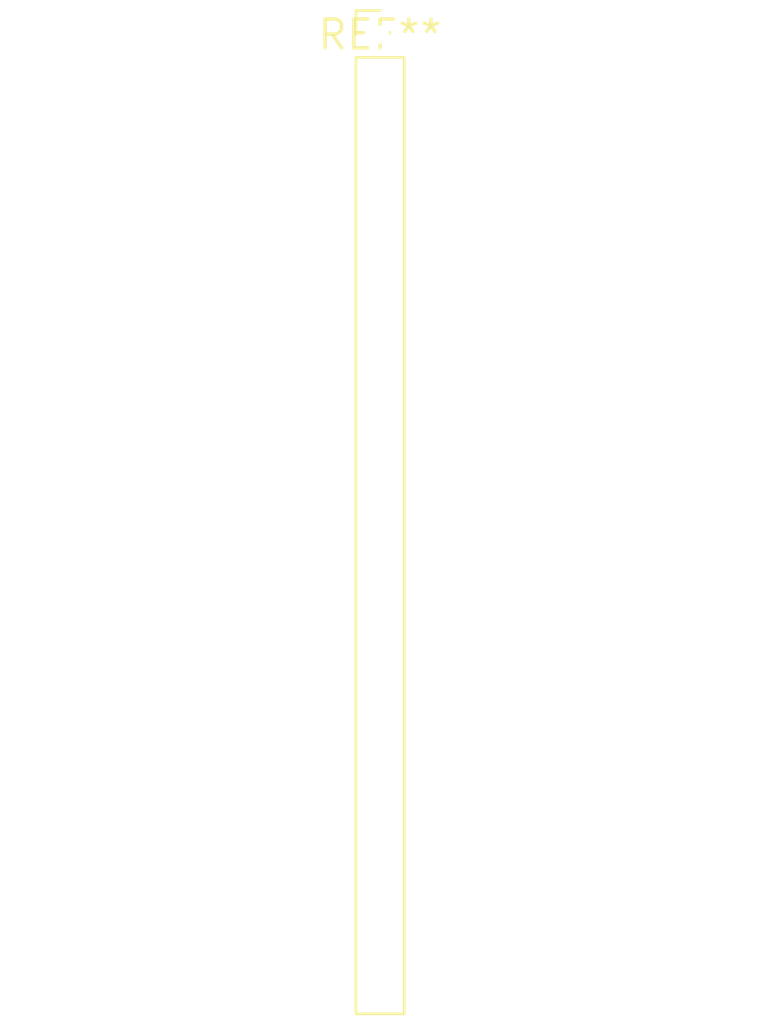
<source format=kicad_pcb>
(kicad_pcb (version 20240108) (generator pcbnew)
  (layers (0 "F.Cu" signal) (31 "B.Cu" signal) (34 "B.Paste" user) (35 "F.Paste" user) (36 "B.SilkS" user "B.Silkscreen") (37 "F.SilkS" user "F.Silkscreen") (38 "B.Mask" user) (39 "F.Mask" user) (44 "Edge.Cuts" user))
  (net 0 "")
  (footprint "PinHeader_1x22_P2.00mm_Vertical" (layer "F.Cu") (at 0 0)
    (property "Reference" "REF**")
    (property "Value" "PinHeader_1x22_P2.00mm_Vertical")
    (fp_line (start -1.06 -1.06) (end 0 -1.06) (layer "F.SilkS") (stroke (width 0.12)))
    (fp_line (start -1.06 0) (end -1.06 -1.06) (layer "F.SilkS") (stroke (width 0.12)))
    (fp_line (start -1.06 1) (end -1.06 43.06) (layer "F.SilkS") (stroke (width 0.12)))
    (fp_line (start -1.06 1) (end 1.06 1) (layer "F.SilkS") (stroke (width 0.12)))
    (fp_line (start -1.06 43.06) (end 1.06 43.06) (layer "F.SilkS") (stroke (width 0.12)))
    (fp_line (start 1.06 1) (end 1.06 43.06) (layer "F.SilkS") (stroke (width 0.12)))
    (pad "1" thru_hole rect (at 0 0) (size 1.35 1.35) (drill 0.8) (layers *.Cu *.Mask) (remove_unused_layers))
    (pad "2" thru_hole oval (at 0 2) (size 1.35 1.35) (drill 0.8) (layers *.Cu *.Mask) (remove_unused_layers))
    (pad "3" thru_hole oval (at 0 4) (size 1.35 1.35) (drill 0.8) (layers *.Cu *.Mask) (remove_unused_layers))
    (pad "4" thru_hole oval (at 0 6) (size 1.35 1.35) (drill 0.8) (layers *.Cu *.Mask) (remove_unused_layers))
    (pad "5" thru_hole oval (at 0 8) (size 1.35 1.35) (drill 0.8) (layers *.Cu *.Mask) (remove_unused_layers))
    (pad "6" thru_hole oval (at 0 10) (size 1.35 1.35) (drill 0.8) (layers *.Cu *.Mask) (remove_unused_layers))
    (pad "7" thru_hole oval (at 0 12) (size 1.35 1.35) (drill 0.8) (layers *.Cu *.Mask) (remove_unused_layers))
    (pad "8" thru_hole oval (at 0 14) (size 1.35 1.35) (drill 0.8) (layers *.Cu *.Mask) (remove_unused_layers))
    (pad "9" thru_hole oval (at 0 16) (size 1.35 1.35) (drill 0.8) (layers *.Cu *.Mask) (remove_unused_layers))
    (pad "10" thru_hole oval (at 0 18) (size 1.35 1.35) (drill 0.8) (layers *.Cu *.Mask) (remove_unused_layers))
    (pad "11" thru_hole oval (at 0 20) (size 1.35 1.35) (drill 0.8) (layers *.Cu *.Mask) (remove_unused_layers))
    (pad "12" thru_hole oval (at 0 22) (size 1.35 1.35) (drill 0.8) (layers *.Cu *.Mask) (remove_unused_layers))
    (pad "13" thru_hole oval (at 0 24) (size 1.35 1.35) (drill 0.8) (layers *.Cu *.Mask) (remove_unused_layers))
    (pad "14" thru_hole oval (at 0 26) (size 1.35 1.35) (drill 0.8) (layers *.Cu *.Mask) (remove_unused_layers))
    (pad "15" thru_hole oval (at 0 28) (size 1.35 1.35) (drill 0.8) (layers *.Cu *.Mask) (remove_unused_layers))
    (pad "16" thru_hole oval (at 0 30) (size 1.35 1.35) (drill 0.8) (layers *.Cu *.Mask) (remove_unused_layers))
    (pad "17" thru_hole oval (at 0 32) (size 1.35 1.35) (drill 0.8) (layers *.Cu *.Mask) (remove_unused_layers))
    (pad "18" thru_hole oval (at 0 34) (size 1.35 1.35) (drill 0.8) (layers *.Cu *.Mask) (remove_unused_layers))
    (pad "19" thru_hole oval (at 0 36) (size 1.35 1.35) (drill 0.8) (layers *.Cu *.Mask) (remove_unused_layers))
    (pad "20" thru_hole oval (at 0 38) (size 1.35 1.35) (drill 0.8) (layers *.Cu *.Mask) (remove_unused_layers))
    (pad "21" thru_hole oval (at 0 40) (size 1.35 1.35) (drill 0.8) (layers *.Cu *.Mask) (remove_unused_layers))
    (pad "22" thru_hole oval (at 0 42) (size 1.35 1.35) (drill 0.8) (layers *.Cu *.Mask) (remove_unused_layers))
  )
)
</source>
